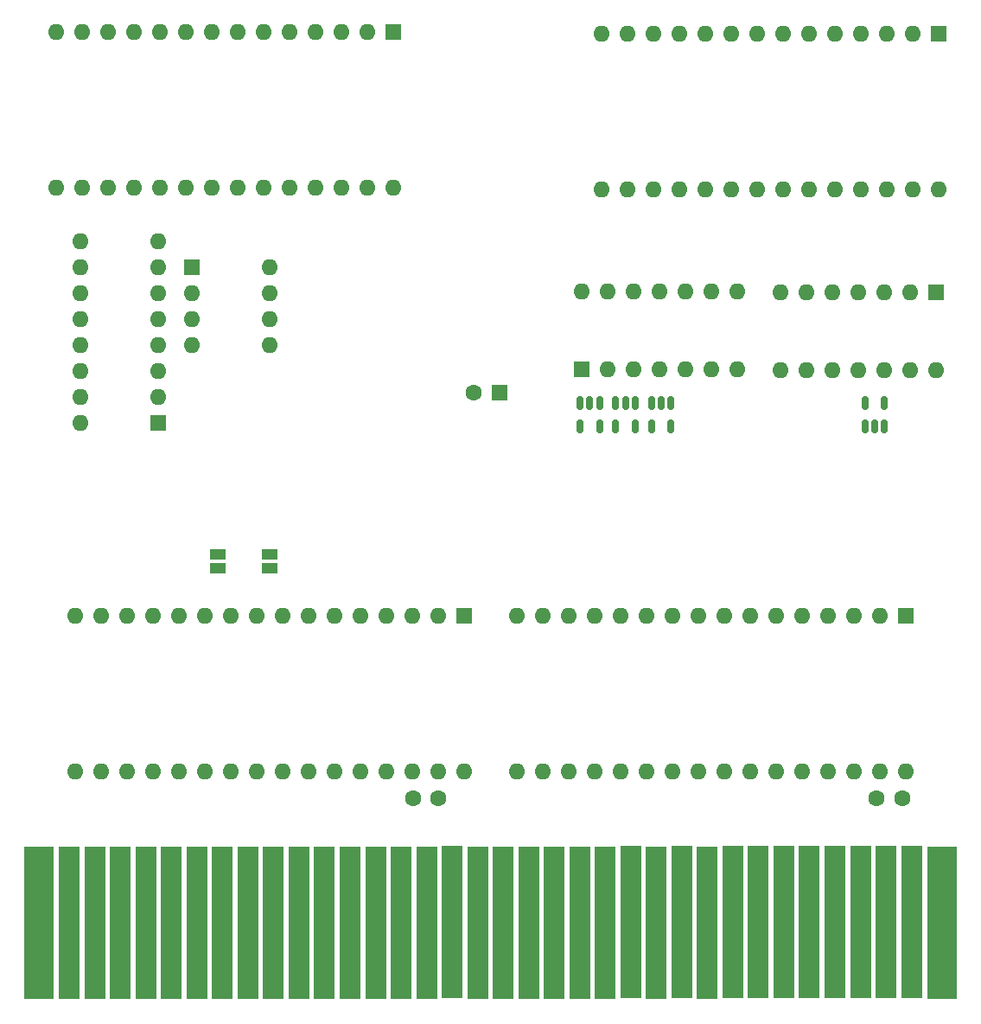
<source format=gbr>
%TF.GenerationSoftware,KiCad,Pcbnew,(7.0.0)*%
%TF.CreationDate,2023-04-12T15:17:59+10:00*%
%TF.ProjectId,AS-NES-Mapper472,41532d4e-4553-42d4-9d61-707065723437,rev?*%
%TF.SameCoordinates,Original*%
%TF.FileFunction,Soldermask,Top*%
%TF.FilePolarity,Negative*%
%FSLAX46Y46*%
G04 Gerber Fmt 4.6, Leading zero omitted, Abs format (unit mm)*
G04 Created by KiCad (PCBNEW (7.0.0)) date 2023-04-12 15:17:59*
%MOMM*%
%LPD*%
G01*
G04 APERTURE LIST*
G04 Aperture macros list*
%AMRoundRect*
0 Rectangle with rounded corners*
0 $1 Rounding radius*
0 $2 $3 $4 $5 $6 $7 $8 $9 X,Y pos of 4 corners*
0 Add a 4 corners polygon primitive as box body*
4,1,4,$2,$3,$4,$5,$6,$7,$8,$9,$2,$3,0*
0 Add four circle primitives for the rounded corners*
1,1,$1+$1,$2,$3*
1,1,$1+$1,$4,$5*
1,1,$1+$1,$6,$7*
1,1,$1+$1,$8,$9*
0 Add four rect primitives between the rounded corners*
20,1,$1+$1,$2,$3,$4,$5,0*
20,1,$1+$1,$4,$5,$6,$7,0*
20,1,$1+$1,$6,$7,$8,$9,0*
20,1,$1+$1,$8,$9,$2,$3,0*%
G04 Aperture macros list end*
%ADD10C,1.600000*%
%ADD11R,1.600000X1.600000*%
%ADD12O,1.600000X1.600000*%
%ADD13R,3.000000X15.000000*%
%ADD14R,2.000000X15.000000*%
%ADD15R,1.500000X1.000000*%
%ADD16RoundRect,0.150000X-0.150000X0.512500X-0.150000X-0.512500X0.150000X-0.512500X0.150000X0.512500X0*%
%ADD17RoundRect,0.150000X0.150000X-0.512500X0.150000X0.512500X-0.150000X0.512500X-0.150000X-0.512500X0*%
G04 APERTURE END LIST*
D10*
%TO.C,C2*%
X142850000Y-127770000D03*
X140350000Y-127770000D03*
%TD*%
D11*
%TO.C,U2*%
X100006699Y-109889999D03*
D12*
X97466699Y-109889999D03*
X94926699Y-109889999D03*
X92386699Y-109889999D03*
X89846699Y-109889999D03*
X87306699Y-109889999D03*
X84766699Y-109889999D03*
X82226699Y-109889999D03*
X79686699Y-109889999D03*
X77146699Y-109889999D03*
X74606699Y-109889999D03*
X72066699Y-109889999D03*
X69526699Y-109889999D03*
X66986699Y-109889999D03*
X64446699Y-109889999D03*
X61906699Y-109889999D03*
X61906699Y-125129999D03*
X64446699Y-125129999D03*
X66986699Y-125129999D03*
X69526699Y-125129999D03*
X72066699Y-125129999D03*
X74606699Y-125129999D03*
X77146699Y-125129999D03*
X79686699Y-125129999D03*
X82226699Y-125129999D03*
X84766699Y-125129999D03*
X87306699Y-125129999D03*
X89846699Y-125129999D03*
X92386699Y-125129999D03*
X94926699Y-125129999D03*
X97466699Y-125129999D03*
X100006699Y-125129999D03*
%TD*%
D13*
%TO.C,J1*%
X146786599Y-139903599D03*
D14*
X143786599Y-139878599D03*
X141286599Y-139878599D03*
X138786599Y-139878599D03*
X136286599Y-139878599D03*
X133786599Y-139878599D03*
X131286599Y-139878599D03*
X128786599Y-139878599D03*
X126286599Y-139878599D03*
X123786599Y-139903599D03*
X121286599Y-139853599D03*
X118786599Y-139903599D03*
X116286599Y-139878599D03*
X113786599Y-139903599D03*
X111286599Y-139903599D03*
X108786599Y-139928599D03*
X106286599Y-139903599D03*
X103786599Y-139928599D03*
X101286599Y-139928599D03*
X98786599Y-139878599D03*
X96286599Y-139928599D03*
X93786599Y-139928599D03*
X91286599Y-139903599D03*
X88786599Y-139903599D03*
X86286599Y-139928599D03*
X83786599Y-139928599D03*
X81286599Y-139928599D03*
X78786599Y-139953599D03*
X76286599Y-139953599D03*
X73786599Y-139928599D03*
X71286599Y-139903599D03*
X68786599Y-139903599D03*
X66286599Y-139903599D03*
X63786599Y-139903599D03*
X61286599Y-139928599D03*
D13*
X58286599Y-139928599D03*
%TD*%
D15*
%TO.C,JP2*%
X80899999Y-103889999D03*
X80899999Y-105189999D03*
%TD*%
D16*
%TO.C,U13*%
X116720000Y-89052500D03*
X115770000Y-89052500D03*
X114820000Y-89052500D03*
X114820000Y-91327500D03*
X116720000Y-91327500D03*
%TD*%
D11*
%TO.C,U5*%
X69969999Y-90959999D03*
D12*
X69969999Y-88419999D03*
X69969999Y-85879999D03*
X69969999Y-83339999D03*
X69969999Y-80799999D03*
X69969999Y-78259999D03*
X69969999Y-75719999D03*
X69969999Y-73179999D03*
X62349999Y-73179999D03*
X62349999Y-75719999D03*
X62349999Y-78259999D03*
X62349999Y-80799999D03*
X62349999Y-83339999D03*
X62349999Y-85879999D03*
X62349999Y-88419999D03*
X62349999Y-90959999D03*
%TD*%
D11*
%TO.C,C1*%
X103405112Y-88029999D03*
D10*
X100905113Y-88030000D03*
%TD*%
D11*
%TO.C,U1*%
X143249999Y-109889999D03*
D12*
X140709999Y-109889999D03*
X138169999Y-109889999D03*
X135629999Y-109889999D03*
X133089999Y-109889999D03*
X130549999Y-109889999D03*
X128009999Y-109889999D03*
X125469999Y-109889999D03*
X122929999Y-109889999D03*
X120389999Y-109889999D03*
X117849999Y-109889999D03*
X115309999Y-109889999D03*
X112769999Y-109889999D03*
X110229999Y-109889999D03*
X107689999Y-109889999D03*
X105149999Y-109889999D03*
X105149999Y-125129999D03*
X107689999Y-125129999D03*
X110229999Y-125129999D03*
X112769999Y-125129999D03*
X115309999Y-125129999D03*
X117849999Y-125129999D03*
X120389999Y-125129999D03*
X122929999Y-125129999D03*
X125469999Y-125129999D03*
X128009999Y-125129999D03*
X130549999Y-125129999D03*
X133089999Y-125129999D03*
X135629999Y-125129999D03*
X138169999Y-125129999D03*
X140709999Y-125129999D03*
X143249999Y-125129999D03*
%TD*%
D11*
%TO.C,U4*%
X146214999Y-78209999D03*
D12*
X143674999Y-78209999D03*
X141134999Y-78209999D03*
X138594999Y-78209999D03*
X136054999Y-78209999D03*
X133514999Y-78209999D03*
X130974999Y-78209999D03*
X130974999Y-85829999D03*
X133514999Y-85829999D03*
X136054999Y-85829999D03*
X138594999Y-85829999D03*
X141134999Y-85829999D03*
X143674999Y-85829999D03*
X146214999Y-85829999D03*
%TD*%
D17*
%TO.C,U12*%
X139240000Y-91327500D03*
X140190000Y-91327500D03*
X141140000Y-91327500D03*
X141140000Y-89052500D03*
X139240000Y-89052500D03*
%TD*%
D10*
%TO.C,C3*%
X97440000Y-127720000D03*
X94940000Y-127720000D03*
%TD*%
D16*
%TO.C,U15*%
X120210000Y-89052500D03*
X119260000Y-89052500D03*
X118310000Y-89052500D03*
X118310000Y-91327500D03*
X120210000Y-91327500D03*
%TD*%
D11*
%TO.C,U10*%
X146459999Y-52884999D03*
D12*
X143919999Y-52884999D03*
X141379999Y-52884999D03*
X138839999Y-52884999D03*
X136299999Y-52884999D03*
X133759999Y-52884999D03*
X131219999Y-52884999D03*
X128679999Y-52884999D03*
X126139999Y-52884999D03*
X123599999Y-52884999D03*
X121059999Y-52884999D03*
X118519999Y-52884999D03*
X115979999Y-52884999D03*
X113439999Y-52884999D03*
X113439999Y-68124999D03*
X115979999Y-68124999D03*
X118519999Y-68124999D03*
X121059999Y-68124999D03*
X123599999Y-68124999D03*
X126139999Y-68124999D03*
X128679999Y-68124999D03*
X131219999Y-68124999D03*
X133759999Y-68124999D03*
X136299999Y-68124999D03*
X138839999Y-68124999D03*
X141379999Y-68124999D03*
X143919999Y-68124999D03*
X146459999Y-68124999D03*
%TD*%
D16*
%TO.C,U14*%
X113220000Y-89052500D03*
X112270000Y-89052500D03*
X111320000Y-89052500D03*
X111320000Y-91327500D03*
X113220000Y-91327500D03*
%TD*%
D11*
%TO.C,U6*%
X73259999Y-75719999D03*
D12*
X73259999Y-78259999D03*
X73259999Y-80799999D03*
X73259999Y-83339999D03*
X80879999Y-83339999D03*
X80879999Y-80799999D03*
X80879999Y-78259999D03*
X80879999Y-75719999D03*
%TD*%
D15*
%TO.C,JP1*%
X75849999Y-103889999D03*
X75849999Y-105189999D03*
%TD*%
D11*
%TO.C,U9*%
X93039999Y-52754999D03*
D12*
X90499999Y-52754999D03*
X87959999Y-52754999D03*
X85419999Y-52754999D03*
X82879999Y-52754999D03*
X80339999Y-52754999D03*
X77799999Y-52754999D03*
X75259999Y-52754999D03*
X72719999Y-52754999D03*
X70179999Y-52754999D03*
X67639999Y-52754999D03*
X65099999Y-52754999D03*
X62559999Y-52754999D03*
X60019999Y-52754999D03*
X60019999Y-67994999D03*
X62559999Y-67994999D03*
X65099999Y-67994999D03*
X67639999Y-67994999D03*
X70179999Y-67994999D03*
X72719999Y-67994999D03*
X75259999Y-67994999D03*
X77799999Y-67994999D03*
X80339999Y-67994999D03*
X82879999Y-67994999D03*
X85419999Y-67994999D03*
X87959999Y-67994999D03*
X90499999Y-67994999D03*
X93039999Y-67994999D03*
%TD*%
D11*
%TO.C,U11*%
X111474999Y-85779999D03*
D12*
X114014999Y-85779999D03*
X116554999Y-85779999D03*
X119094999Y-85779999D03*
X121634999Y-85779999D03*
X124174999Y-85779999D03*
X126714999Y-85779999D03*
X126714999Y-78159999D03*
X124174999Y-78159999D03*
X121634999Y-78159999D03*
X119094999Y-78159999D03*
X116554999Y-78159999D03*
X114014999Y-78159999D03*
X111474999Y-78159999D03*
%TD*%
M02*

</source>
